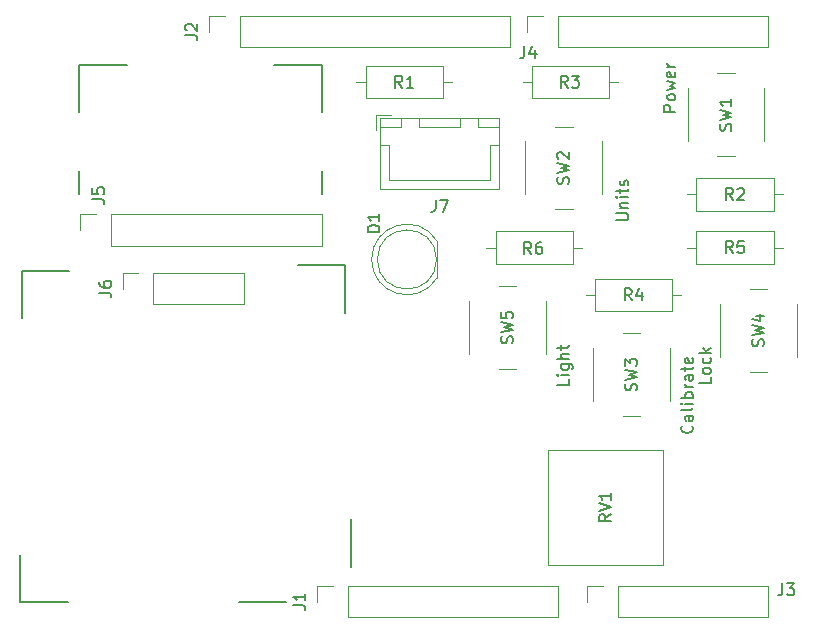
<source format=gbr>
%TF.GenerationSoftware,KiCad,Pcbnew,8.0.8*%
%TF.CreationDate,2025-01-31T10:38:55-07:00*%
%TF.ProjectId,Uno_Shield_ThermoPro,556e6f5f-5368-4696-956c-645f54686572,rev?*%
%TF.SameCoordinates,Original*%
%TF.FileFunction,Legend,Top*%
%TF.FilePolarity,Positive*%
%FSLAX46Y46*%
G04 Gerber Fmt 4.6, Leading zero omitted, Abs format (unit mm)*
G04 Created by KiCad (PCBNEW 8.0.8) date 2025-01-31 10:38:55*
%MOMM*%
%LPD*%
G01*
G04 APERTURE LIST*
%ADD10C,0.150000*%
%ADD11C,0.120000*%
G04 APERTURE END LIST*
D10*
X127000000Y-61000000D02*
X127000000Y-63000000D01*
X106500000Y-61000000D02*
X106500000Y-63000000D01*
X127000000Y-52000000D02*
X127000000Y-56000000D01*
X127000000Y-52000000D02*
X123000000Y-52000000D01*
X106500000Y-52000000D02*
X110500000Y-52000000D01*
X106500000Y-52000000D02*
X106500000Y-56000000D01*
X156954819Y-55976190D02*
X155954819Y-55976190D01*
X155954819Y-55976190D02*
X155954819Y-55595238D01*
X155954819Y-55595238D02*
X156002438Y-55500000D01*
X156002438Y-55500000D02*
X156050057Y-55452381D01*
X156050057Y-55452381D02*
X156145295Y-55404762D01*
X156145295Y-55404762D02*
X156288152Y-55404762D01*
X156288152Y-55404762D02*
X156383390Y-55452381D01*
X156383390Y-55452381D02*
X156431009Y-55500000D01*
X156431009Y-55500000D02*
X156478628Y-55595238D01*
X156478628Y-55595238D02*
X156478628Y-55976190D01*
X156954819Y-54833333D02*
X156907200Y-54928571D01*
X156907200Y-54928571D02*
X156859580Y-54976190D01*
X156859580Y-54976190D02*
X156764342Y-55023809D01*
X156764342Y-55023809D02*
X156478628Y-55023809D01*
X156478628Y-55023809D02*
X156383390Y-54976190D01*
X156383390Y-54976190D02*
X156335771Y-54928571D01*
X156335771Y-54928571D02*
X156288152Y-54833333D01*
X156288152Y-54833333D02*
X156288152Y-54690476D01*
X156288152Y-54690476D02*
X156335771Y-54595238D01*
X156335771Y-54595238D02*
X156383390Y-54547619D01*
X156383390Y-54547619D02*
X156478628Y-54500000D01*
X156478628Y-54500000D02*
X156764342Y-54500000D01*
X156764342Y-54500000D02*
X156859580Y-54547619D01*
X156859580Y-54547619D02*
X156907200Y-54595238D01*
X156907200Y-54595238D02*
X156954819Y-54690476D01*
X156954819Y-54690476D02*
X156954819Y-54833333D01*
X156288152Y-54166666D02*
X156954819Y-53976190D01*
X156954819Y-53976190D02*
X156478628Y-53785714D01*
X156478628Y-53785714D02*
X156954819Y-53595238D01*
X156954819Y-53595238D02*
X156288152Y-53404762D01*
X156907200Y-52642857D02*
X156954819Y-52738095D01*
X156954819Y-52738095D02*
X156954819Y-52928571D01*
X156954819Y-52928571D02*
X156907200Y-53023809D01*
X156907200Y-53023809D02*
X156811961Y-53071428D01*
X156811961Y-53071428D02*
X156431009Y-53071428D01*
X156431009Y-53071428D02*
X156335771Y-53023809D01*
X156335771Y-53023809D02*
X156288152Y-52928571D01*
X156288152Y-52928571D02*
X156288152Y-52738095D01*
X156288152Y-52738095D02*
X156335771Y-52642857D01*
X156335771Y-52642857D02*
X156431009Y-52595238D01*
X156431009Y-52595238D02*
X156526247Y-52595238D01*
X156526247Y-52595238D02*
X156621485Y-53071428D01*
X156954819Y-52166666D02*
X156288152Y-52166666D01*
X156478628Y-52166666D02*
X156383390Y-52119047D01*
X156383390Y-52119047D02*
X156335771Y-52071428D01*
X156335771Y-52071428D02*
X156288152Y-51976190D01*
X156288152Y-51976190D02*
X156288152Y-51880952D01*
X151954819Y-65166666D02*
X152764342Y-65166666D01*
X152764342Y-65166666D02*
X152859580Y-65119047D01*
X152859580Y-65119047D02*
X152907200Y-65071428D01*
X152907200Y-65071428D02*
X152954819Y-64976190D01*
X152954819Y-64976190D02*
X152954819Y-64785714D01*
X152954819Y-64785714D02*
X152907200Y-64690476D01*
X152907200Y-64690476D02*
X152859580Y-64642857D01*
X152859580Y-64642857D02*
X152764342Y-64595238D01*
X152764342Y-64595238D02*
X151954819Y-64595238D01*
X152288152Y-64119047D02*
X152954819Y-64119047D01*
X152383390Y-64119047D02*
X152335771Y-64071428D01*
X152335771Y-64071428D02*
X152288152Y-63976190D01*
X152288152Y-63976190D02*
X152288152Y-63833333D01*
X152288152Y-63833333D02*
X152335771Y-63738095D01*
X152335771Y-63738095D02*
X152431009Y-63690476D01*
X152431009Y-63690476D02*
X152954819Y-63690476D01*
X152954819Y-63214285D02*
X152288152Y-63214285D01*
X151954819Y-63214285D02*
X152002438Y-63261904D01*
X152002438Y-63261904D02*
X152050057Y-63214285D01*
X152050057Y-63214285D02*
X152002438Y-63166666D01*
X152002438Y-63166666D02*
X151954819Y-63214285D01*
X151954819Y-63214285D02*
X152050057Y-63214285D01*
X152288152Y-62880952D02*
X152288152Y-62500000D01*
X151954819Y-62738095D02*
X152811961Y-62738095D01*
X152811961Y-62738095D02*
X152907200Y-62690476D01*
X152907200Y-62690476D02*
X152954819Y-62595238D01*
X152954819Y-62595238D02*
X152954819Y-62500000D01*
X152907200Y-62214285D02*
X152954819Y-62119047D01*
X152954819Y-62119047D02*
X152954819Y-61928571D01*
X152954819Y-61928571D02*
X152907200Y-61833333D01*
X152907200Y-61833333D02*
X152811961Y-61785714D01*
X152811961Y-61785714D02*
X152764342Y-61785714D01*
X152764342Y-61785714D02*
X152669104Y-61833333D01*
X152669104Y-61833333D02*
X152621485Y-61928571D01*
X152621485Y-61928571D02*
X152621485Y-62071428D01*
X152621485Y-62071428D02*
X152573866Y-62166666D01*
X152573866Y-62166666D02*
X152478628Y-62214285D01*
X152478628Y-62214285D02*
X152431009Y-62214285D01*
X152431009Y-62214285D02*
X152335771Y-62166666D01*
X152335771Y-62166666D02*
X152288152Y-62071428D01*
X152288152Y-62071428D02*
X152288152Y-61928571D01*
X152288152Y-61928571D02*
X152335771Y-61833333D01*
X158359580Y-82571429D02*
X158407200Y-82619048D01*
X158407200Y-82619048D02*
X158454819Y-82761905D01*
X158454819Y-82761905D02*
X158454819Y-82857143D01*
X158454819Y-82857143D02*
X158407200Y-83000000D01*
X158407200Y-83000000D02*
X158311961Y-83095238D01*
X158311961Y-83095238D02*
X158216723Y-83142857D01*
X158216723Y-83142857D02*
X158026247Y-83190476D01*
X158026247Y-83190476D02*
X157883390Y-83190476D01*
X157883390Y-83190476D02*
X157692914Y-83142857D01*
X157692914Y-83142857D02*
X157597676Y-83095238D01*
X157597676Y-83095238D02*
X157502438Y-83000000D01*
X157502438Y-83000000D02*
X157454819Y-82857143D01*
X157454819Y-82857143D02*
X157454819Y-82761905D01*
X157454819Y-82761905D02*
X157502438Y-82619048D01*
X157502438Y-82619048D02*
X157550057Y-82571429D01*
X158454819Y-81714286D02*
X157931009Y-81714286D01*
X157931009Y-81714286D02*
X157835771Y-81761905D01*
X157835771Y-81761905D02*
X157788152Y-81857143D01*
X157788152Y-81857143D02*
X157788152Y-82047619D01*
X157788152Y-82047619D02*
X157835771Y-82142857D01*
X158407200Y-81714286D02*
X158454819Y-81809524D01*
X158454819Y-81809524D02*
X158454819Y-82047619D01*
X158454819Y-82047619D02*
X158407200Y-82142857D01*
X158407200Y-82142857D02*
X158311961Y-82190476D01*
X158311961Y-82190476D02*
X158216723Y-82190476D01*
X158216723Y-82190476D02*
X158121485Y-82142857D01*
X158121485Y-82142857D02*
X158073866Y-82047619D01*
X158073866Y-82047619D02*
X158073866Y-81809524D01*
X158073866Y-81809524D02*
X158026247Y-81714286D01*
X158454819Y-81095238D02*
X158407200Y-81190476D01*
X158407200Y-81190476D02*
X158311961Y-81238095D01*
X158311961Y-81238095D02*
X157454819Y-81238095D01*
X158454819Y-80714285D02*
X157788152Y-80714285D01*
X157454819Y-80714285D02*
X157502438Y-80761904D01*
X157502438Y-80761904D02*
X157550057Y-80714285D01*
X157550057Y-80714285D02*
X157502438Y-80666666D01*
X157502438Y-80666666D02*
X157454819Y-80714285D01*
X157454819Y-80714285D02*
X157550057Y-80714285D01*
X158454819Y-80238095D02*
X157454819Y-80238095D01*
X157835771Y-80238095D02*
X157788152Y-80142857D01*
X157788152Y-80142857D02*
X157788152Y-79952381D01*
X157788152Y-79952381D02*
X157835771Y-79857143D01*
X157835771Y-79857143D02*
X157883390Y-79809524D01*
X157883390Y-79809524D02*
X157978628Y-79761905D01*
X157978628Y-79761905D02*
X158264342Y-79761905D01*
X158264342Y-79761905D02*
X158359580Y-79809524D01*
X158359580Y-79809524D02*
X158407200Y-79857143D01*
X158407200Y-79857143D02*
X158454819Y-79952381D01*
X158454819Y-79952381D02*
X158454819Y-80142857D01*
X158454819Y-80142857D02*
X158407200Y-80238095D01*
X158454819Y-79333333D02*
X157788152Y-79333333D01*
X157978628Y-79333333D02*
X157883390Y-79285714D01*
X157883390Y-79285714D02*
X157835771Y-79238095D01*
X157835771Y-79238095D02*
X157788152Y-79142857D01*
X157788152Y-79142857D02*
X157788152Y-79047619D01*
X158454819Y-78285714D02*
X157931009Y-78285714D01*
X157931009Y-78285714D02*
X157835771Y-78333333D01*
X157835771Y-78333333D02*
X157788152Y-78428571D01*
X157788152Y-78428571D02*
X157788152Y-78619047D01*
X157788152Y-78619047D02*
X157835771Y-78714285D01*
X158407200Y-78285714D02*
X158454819Y-78380952D01*
X158454819Y-78380952D02*
X158454819Y-78619047D01*
X158454819Y-78619047D02*
X158407200Y-78714285D01*
X158407200Y-78714285D02*
X158311961Y-78761904D01*
X158311961Y-78761904D02*
X158216723Y-78761904D01*
X158216723Y-78761904D02*
X158121485Y-78714285D01*
X158121485Y-78714285D02*
X158073866Y-78619047D01*
X158073866Y-78619047D02*
X158073866Y-78380952D01*
X158073866Y-78380952D02*
X158026247Y-78285714D01*
X157788152Y-77952380D02*
X157788152Y-77571428D01*
X157454819Y-77809523D02*
X158311961Y-77809523D01*
X158311961Y-77809523D02*
X158407200Y-77761904D01*
X158407200Y-77761904D02*
X158454819Y-77666666D01*
X158454819Y-77666666D02*
X158454819Y-77571428D01*
X158407200Y-76857142D02*
X158454819Y-76952380D01*
X158454819Y-76952380D02*
X158454819Y-77142856D01*
X158454819Y-77142856D02*
X158407200Y-77238094D01*
X158407200Y-77238094D02*
X158311961Y-77285713D01*
X158311961Y-77285713D02*
X157931009Y-77285713D01*
X157931009Y-77285713D02*
X157835771Y-77238094D01*
X157835771Y-77238094D02*
X157788152Y-77142856D01*
X157788152Y-77142856D02*
X157788152Y-76952380D01*
X157788152Y-76952380D02*
X157835771Y-76857142D01*
X157835771Y-76857142D02*
X157931009Y-76809523D01*
X157931009Y-76809523D02*
X158026247Y-76809523D01*
X158026247Y-76809523D02*
X158121485Y-77285713D01*
X159954819Y-78476190D02*
X159954819Y-78952380D01*
X159954819Y-78952380D02*
X158954819Y-78952380D01*
X159954819Y-77999999D02*
X159907200Y-78095237D01*
X159907200Y-78095237D02*
X159859580Y-78142856D01*
X159859580Y-78142856D02*
X159764342Y-78190475D01*
X159764342Y-78190475D02*
X159478628Y-78190475D01*
X159478628Y-78190475D02*
X159383390Y-78142856D01*
X159383390Y-78142856D02*
X159335771Y-78095237D01*
X159335771Y-78095237D02*
X159288152Y-77999999D01*
X159288152Y-77999999D02*
X159288152Y-77857142D01*
X159288152Y-77857142D02*
X159335771Y-77761904D01*
X159335771Y-77761904D02*
X159383390Y-77714285D01*
X159383390Y-77714285D02*
X159478628Y-77666666D01*
X159478628Y-77666666D02*
X159764342Y-77666666D01*
X159764342Y-77666666D02*
X159859580Y-77714285D01*
X159859580Y-77714285D02*
X159907200Y-77761904D01*
X159907200Y-77761904D02*
X159954819Y-77857142D01*
X159954819Y-77857142D02*
X159954819Y-77999999D01*
X159907200Y-76809523D02*
X159954819Y-76904761D01*
X159954819Y-76904761D02*
X159954819Y-77095237D01*
X159954819Y-77095237D02*
X159907200Y-77190475D01*
X159907200Y-77190475D02*
X159859580Y-77238094D01*
X159859580Y-77238094D02*
X159764342Y-77285713D01*
X159764342Y-77285713D02*
X159478628Y-77285713D01*
X159478628Y-77285713D02*
X159383390Y-77238094D01*
X159383390Y-77238094D02*
X159335771Y-77190475D01*
X159335771Y-77190475D02*
X159288152Y-77095237D01*
X159288152Y-77095237D02*
X159288152Y-76904761D01*
X159288152Y-76904761D02*
X159335771Y-76809523D01*
X159954819Y-76380951D02*
X158954819Y-76380951D01*
X159573866Y-76285713D02*
X159954819Y-75999999D01*
X159288152Y-75999999D02*
X159669104Y-76380951D01*
X147954819Y-78619047D02*
X147954819Y-79095237D01*
X147954819Y-79095237D02*
X146954819Y-79095237D01*
X147954819Y-78285713D02*
X147288152Y-78285713D01*
X146954819Y-78285713D02*
X147002438Y-78333332D01*
X147002438Y-78333332D02*
X147050057Y-78285713D01*
X147050057Y-78285713D02*
X147002438Y-78238094D01*
X147002438Y-78238094D02*
X146954819Y-78285713D01*
X146954819Y-78285713D02*
X147050057Y-78285713D01*
X147288152Y-77380952D02*
X148097676Y-77380952D01*
X148097676Y-77380952D02*
X148192914Y-77428571D01*
X148192914Y-77428571D02*
X148240533Y-77476190D01*
X148240533Y-77476190D02*
X148288152Y-77571428D01*
X148288152Y-77571428D02*
X148288152Y-77714285D01*
X148288152Y-77714285D02*
X148240533Y-77809523D01*
X147907200Y-77380952D02*
X147954819Y-77476190D01*
X147954819Y-77476190D02*
X147954819Y-77666666D01*
X147954819Y-77666666D02*
X147907200Y-77761904D01*
X147907200Y-77761904D02*
X147859580Y-77809523D01*
X147859580Y-77809523D02*
X147764342Y-77857142D01*
X147764342Y-77857142D02*
X147478628Y-77857142D01*
X147478628Y-77857142D02*
X147383390Y-77809523D01*
X147383390Y-77809523D02*
X147335771Y-77761904D01*
X147335771Y-77761904D02*
X147288152Y-77666666D01*
X147288152Y-77666666D02*
X147288152Y-77476190D01*
X147288152Y-77476190D02*
X147335771Y-77380952D01*
X147954819Y-76904761D02*
X146954819Y-76904761D01*
X147954819Y-76476190D02*
X147431009Y-76476190D01*
X147431009Y-76476190D02*
X147335771Y-76523809D01*
X147335771Y-76523809D02*
X147288152Y-76619047D01*
X147288152Y-76619047D02*
X147288152Y-76761904D01*
X147288152Y-76761904D02*
X147335771Y-76857142D01*
X147335771Y-76857142D02*
X147383390Y-76904761D01*
X147288152Y-76142856D02*
X147288152Y-75761904D01*
X146954819Y-75999999D02*
X147811961Y-75999999D01*
X147811961Y-75999999D02*
X147907200Y-75952380D01*
X147907200Y-75952380D02*
X147954819Y-75857142D01*
X147954819Y-75857142D02*
X147954819Y-75761904D01*
X101650000Y-69465000D02*
X105650000Y-69465000D01*
X101650000Y-69465000D02*
X101650000Y-73465000D01*
X129000000Y-69000000D02*
X129000000Y-73000000D01*
X125000000Y-69000000D02*
X129000000Y-69000000D01*
X129000000Y-69000000D02*
X125000000Y-69000000D01*
X129500000Y-90500000D02*
X129500000Y-94500000D01*
X120000000Y-97500000D02*
X124000000Y-97500000D01*
X101500000Y-97500000D02*
X105500000Y-97500000D01*
X101500000Y-93500000D02*
X101500000Y-97500000D01*
X101500000Y-97500000D02*
X101500000Y-93500000D01*
X161833333Y-67954819D02*
X161500000Y-67478628D01*
X161261905Y-67954819D02*
X161261905Y-66954819D01*
X161261905Y-66954819D02*
X161642857Y-66954819D01*
X161642857Y-66954819D02*
X161738095Y-67002438D01*
X161738095Y-67002438D02*
X161785714Y-67050057D01*
X161785714Y-67050057D02*
X161833333Y-67145295D01*
X161833333Y-67145295D02*
X161833333Y-67288152D01*
X161833333Y-67288152D02*
X161785714Y-67383390D01*
X161785714Y-67383390D02*
X161738095Y-67431009D01*
X161738095Y-67431009D02*
X161642857Y-67478628D01*
X161642857Y-67478628D02*
X161261905Y-67478628D01*
X162738095Y-66954819D02*
X162261905Y-66954819D01*
X162261905Y-66954819D02*
X162214286Y-67431009D01*
X162214286Y-67431009D02*
X162261905Y-67383390D01*
X162261905Y-67383390D02*
X162357143Y-67335771D01*
X162357143Y-67335771D02*
X162595238Y-67335771D01*
X162595238Y-67335771D02*
X162690476Y-67383390D01*
X162690476Y-67383390D02*
X162738095Y-67431009D01*
X162738095Y-67431009D02*
X162785714Y-67526247D01*
X162785714Y-67526247D02*
X162785714Y-67764342D01*
X162785714Y-67764342D02*
X162738095Y-67859580D01*
X162738095Y-67859580D02*
X162690476Y-67907200D01*
X162690476Y-67907200D02*
X162595238Y-67954819D01*
X162595238Y-67954819D02*
X162357143Y-67954819D01*
X162357143Y-67954819D02*
X162261905Y-67907200D01*
X162261905Y-67907200D02*
X162214286Y-67859580D01*
X153253333Y-71954819D02*
X152920000Y-71478628D01*
X152681905Y-71954819D02*
X152681905Y-70954819D01*
X152681905Y-70954819D02*
X153062857Y-70954819D01*
X153062857Y-70954819D02*
X153158095Y-71002438D01*
X153158095Y-71002438D02*
X153205714Y-71050057D01*
X153205714Y-71050057D02*
X153253333Y-71145295D01*
X153253333Y-71145295D02*
X153253333Y-71288152D01*
X153253333Y-71288152D02*
X153205714Y-71383390D01*
X153205714Y-71383390D02*
X153158095Y-71431009D01*
X153158095Y-71431009D02*
X153062857Y-71478628D01*
X153062857Y-71478628D02*
X152681905Y-71478628D01*
X154110476Y-71288152D02*
X154110476Y-71954819D01*
X153872381Y-70907200D02*
X153634286Y-71621485D01*
X153634286Y-71621485D02*
X154253333Y-71621485D01*
X147833333Y-53954819D02*
X147500000Y-53478628D01*
X147261905Y-53954819D02*
X147261905Y-52954819D01*
X147261905Y-52954819D02*
X147642857Y-52954819D01*
X147642857Y-52954819D02*
X147738095Y-53002438D01*
X147738095Y-53002438D02*
X147785714Y-53050057D01*
X147785714Y-53050057D02*
X147833333Y-53145295D01*
X147833333Y-53145295D02*
X147833333Y-53288152D01*
X147833333Y-53288152D02*
X147785714Y-53383390D01*
X147785714Y-53383390D02*
X147738095Y-53431009D01*
X147738095Y-53431009D02*
X147642857Y-53478628D01*
X147642857Y-53478628D02*
X147261905Y-53478628D01*
X148166667Y-52954819D02*
X148785714Y-52954819D01*
X148785714Y-52954819D02*
X148452381Y-53335771D01*
X148452381Y-53335771D02*
X148595238Y-53335771D01*
X148595238Y-53335771D02*
X148690476Y-53383390D01*
X148690476Y-53383390D02*
X148738095Y-53431009D01*
X148738095Y-53431009D02*
X148785714Y-53526247D01*
X148785714Y-53526247D02*
X148785714Y-53764342D01*
X148785714Y-53764342D02*
X148738095Y-53859580D01*
X148738095Y-53859580D02*
X148690476Y-53907200D01*
X148690476Y-53907200D02*
X148595238Y-53954819D01*
X148595238Y-53954819D02*
X148309524Y-53954819D01*
X148309524Y-53954819D02*
X148214286Y-53907200D01*
X148214286Y-53907200D02*
X148166667Y-53859580D01*
X161833333Y-63454819D02*
X161500000Y-62978628D01*
X161261905Y-63454819D02*
X161261905Y-62454819D01*
X161261905Y-62454819D02*
X161642857Y-62454819D01*
X161642857Y-62454819D02*
X161738095Y-62502438D01*
X161738095Y-62502438D02*
X161785714Y-62550057D01*
X161785714Y-62550057D02*
X161833333Y-62645295D01*
X161833333Y-62645295D02*
X161833333Y-62788152D01*
X161833333Y-62788152D02*
X161785714Y-62883390D01*
X161785714Y-62883390D02*
X161738095Y-62931009D01*
X161738095Y-62931009D02*
X161642857Y-62978628D01*
X161642857Y-62978628D02*
X161261905Y-62978628D01*
X162214286Y-62550057D02*
X162261905Y-62502438D01*
X162261905Y-62502438D02*
X162357143Y-62454819D01*
X162357143Y-62454819D02*
X162595238Y-62454819D01*
X162595238Y-62454819D02*
X162690476Y-62502438D01*
X162690476Y-62502438D02*
X162738095Y-62550057D01*
X162738095Y-62550057D02*
X162785714Y-62645295D01*
X162785714Y-62645295D02*
X162785714Y-62740533D01*
X162785714Y-62740533D02*
X162738095Y-62883390D01*
X162738095Y-62883390D02*
X162166667Y-63454819D01*
X162166667Y-63454819D02*
X162785714Y-63454819D01*
X133833333Y-53954819D02*
X133500000Y-53478628D01*
X133261905Y-53954819D02*
X133261905Y-52954819D01*
X133261905Y-52954819D02*
X133642857Y-52954819D01*
X133642857Y-52954819D02*
X133738095Y-53002438D01*
X133738095Y-53002438D02*
X133785714Y-53050057D01*
X133785714Y-53050057D02*
X133833333Y-53145295D01*
X133833333Y-53145295D02*
X133833333Y-53288152D01*
X133833333Y-53288152D02*
X133785714Y-53383390D01*
X133785714Y-53383390D02*
X133738095Y-53431009D01*
X133738095Y-53431009D02*
X133642857Y-53478628D01*
X133642857Y-53478628D02*
X133261905Y-53478628D01*
X134785714Y-53954819D02*
X134214286Y-53954819D01*
X134500000Y-53954819D02*
X134500000Y-52954819D01*
X134500000Y-52954819D02*
X134404762Y-53097676D01*
X134404762Y-53097676D02*
X134309524Y-53192914D01*
X134309524Y-53192914D02*
X134214286Y-53240533D01*
X136666666Y-63454819D02*
X136666666Y-64169104D01*
X136666666Y-64169104D02*
X136619047Y-64311961D01*
X136619047Y-64311961D02*
X136523809Y-64407200D01*
X136523809Y-64407200D02*
X136380952Y-64454819D01*
X136380952Y-64454819D02*
X136285714Y-64454819D01*
X137047619Y-63454819D02*
X137714285Y-63454819D01*
X137714285Y-63454819D02*
X137285714Y-64454819D01*
X124624819Y-97793333D02*
X125339104Y-97793333D01*
X125339104Y-97793333D02*
X125481961Y-97840952D01*
X125481961Y-97840952D02*
X125577200Y-97936190D01*
X125577200Y-97936190D02*
X125624819Y-98079047D01*
X125624819Y-98079047D02*
X125624819Y-98174285D01*
X125624819Y-96793333D02*
X125624819Y-97364761D01*
X125624819Y-97079047D02*
X124624819Y-97079047D01*
X124624819Y-97079047D02*
X124767676Y-97174285D01*
X124767676Y-97174285D02*
X124862914Y-97269523D01*
X124862914Y-97269523D02*
X124910533Y-97364761D01*
X166026666Y-95934819D02*
X166026666Y-96649104D01*
X166026666Y-96649104D02*
X165979047Y-96791961D01*
X165979047Y-96791961D02*
X165883809Y-96887200D01*
X165883809Y-96887200D02*
X165740952Y-96934819D01*
X165740952Y-96934819D02*
X165645714Y-96934819D01*
X166407619Y-95934819D02*
X167026666Y-95934819D01*
X167026666Y-95934819D02*
X166693333Y-96315771D01*
X166693333Y-96315771D02*
X166836190Y-96315771D01*
X166836190Y-96315771D02*
X166931428Y-96363390D01*
X166931428Y-96363390D02*
X166979047Y-96411009D01*
X166979047Y-96411009D02*
X167026666Y-96506247D01*
X167026666Y-96506247D02*
X167026666Y-96744342D01*
X167026666Y-96744342D02*
X166979047Y-96839580D01*
X166979047Y-96839580D02*
X166931428Y-96887200D01*
X166931428Y-96887200D02*
X166836190Y-96934819D01*
X166836190Y-96934819D02*
X166550476Y-96934819D01*
X166550476Y-96934819D02*
X166455238Y-96887200D01*
X166455238Y-96887200D02*
X166407619Y-96839580D01*
X115480819Y-49533333D02*
X116195104Y-49533333D01*
X116195104Y-49533333D02*
X116337961Y-49580952D01*
X116337961Y-49580952D02*
X116433200Y-49676190D01*
X116433200Y-49676190D02*
X116480819Y-49819047D01*
X116480819Y-49819047D02*
X116480819Y-49914285D01*
X115576057Y-49104761D02*
X115528438Y-49057142D01*
X115528438Y-49057142D02*
X115480819Y-48961904D01*
X115480819Y-48961904D02*
X115480819Y-48723809D01*
X115480819Y-48723809D02*
X115528438Y-48628571D01*
X115528438Y-48628571D02*
X115576057Y-48580952D01*
X115576057Y-48580952D02*
X115671295Y-48533333D01*
X115671295Y-48533333D02*
X115766533Y-48533333D01*
X115766533Y-48533333D02*
X115909390Y-48580952D01*
X115909390Y-48580952D02*
X116480819Y-49152380D01*
X116480819Y-49152380D02*
X116480819Y-48533333D01*
X144166666Y-50454819D02*
X144166666Y-51169104D01*
X144166666Y-51169104D02*
X144119047Y-51311961D01*
X144119047Y-51311961D02*
X144023809Y-51407200D01*
X144023809Y-51407200D02*
X143880952Y-51454819D01*
X143880952Y-51454819D02*
X143785714Y-51454819D01*
X145071428Y-50788152D02*
X145071428Y-51454819D01*
X144833333Y-50407200D02*
X144595238Y-51121485D01*
X144595238Y-51121485D02*
X145214285Y-51121485D01*
X164407200Y-75833332D02*
X164454819Y-75690475D01*
X164454819Y-75690475D02*
X164454819Y-75452380D01*
X164454819Y-75452380D02*
X164407200Y-75357142D01*
X164407200Y-75357142D02*
X164359580Y-75309523D01*
X164359580Y-75309523D02*
X164264342Y-75261904D01*
X164264342Y-75261904D02*
X164169104Y-75261904D01*
X164169104Y-75261904D02*
X164073866Y-75309523D01*
X164073866Y-75309523D02*
X164026247Y-75357142D01*
X164026247Y-75357142D02*
X163978628Y-75452380D01*
X163978628Y-75452380D02*
X163931009Y-75642856D01*
X163931009Y-75642856D02*
X163883390Y-75738094D01*
X163883390Y-75738094D02*
X163835771Y-75785713D01*
X163835771Y-75785713D02*
X163740533Y-75833332D01*
X163740533Y-75833332D02*
X163645295Y-75833332D01*
X163645295Y-75833332D02*
X163550057Y-75785713D01*
X163550057Y-75785713D02*
X163502438Y-75738094D01*
X163502438Y-75738094D02*
X163454819Y-75642856D01*
X163454819Y-75642856D02*
X163454819Y-75404761D01*
X163454819Y-75404761D02*
X163502438Y-75261904D01*
X163454819Y-74928570D02*
X164454819Y-74690475D01*
X164454819Y-74690475D02*
X163740533Y-74499999D01*
X163740533Y-74499999D02*
X164454819Y-74309523D01*
X164454819Y-74309523D02*
X163454819Y-74071428D01*
X163788152Y-73261904D02*
X164454819Y-73261904D01*
X163407200Y-73499999D02*
X164121485Y-73738094D01*
X164121485Y-73738094D02*
X164121485Y-73119047D01*
X131904819Y-66168094D02*
X130904819Y-66168094D01*
X130904819Y-66168094D02*
X130904819Y-65929999D01*
X130904819Y-65929999D02*
X130952438Y-65787142D01*
X130952438Y-65787142D02*
X131047676Y-65691904D01*
X131047676Y-65691904D02*
X131142914Y-65644285D01*
X131142914Y-65644285D02*
X131333390Y-65596666D01*
X131333390Y-65596666D02*
X131476247Y-65596666D01*
X131476247Y-65596666D02*
X131666723Y-65644285D01*
X131666723Y-65644285D02*
X131761961Y-65691904D01*
X131761961Y-65691904D02*
X131857200Y-65787142D01*
X131857200Y-65787142D02*
X131904819Y-65929999D01*
X131904819Y-65929999D02*
X131904819Y-66168094D01*
X131904819Y-64644285D02*
X131904819Y-65215713D01*
X131904819Y-64929999D02*
X130904819Y-64929999D01*
X130904819Y-64929999D02*
X131047676Y-65025237D01*
X131047676Y-65025237D02*
X131142914Y-65120475D01*
X131142914Y-65120475D02*
X131190533Y-65215713D01*
X143157200Y-75583332D02*
X143204819Y-75440475D01*
X143204819Y-75440475D02*
X143204819Y-75202380D01*
X143204819Y-75202380D02*
X143157200Y-75107142D01*
X143157200Y-75107142D02*
X143109580Y-75059523D01*
X143109580Y-75059523D02*
X143014342Y-75011904D01*
X143014342Y-75011904D02*
X142919104Y-75011904D01*
X142919104Y-75011904D02*
X142823866Y-75059523D01*
X142823866Y-75059523D02*
X142776247Y-75107142D01*
X142776247Y-75107142D02*
X142728628Y-75202380D01*
X142728628Y-75202380D02*
X142681009Y-75392856D01*
X142681009Y-75392856D02*
X142633390Y-75488094D01*
X142633390Y-75488094D02*
X142585771Y-75535713D01*
X142585771Y-75535713D02*
X142490533Y-75583332D01*
X142490533Y-75583332D02*
X142395295Y-75583332D01*
X142395295Y-75583332D02*
X142300057Y-75535713D01*
X142300057Y-75535713D02*
X142252438Y-75488094D01*
X142252438Y-75488094D02*
X142204819Y-75392856D01*
X142204819Y-75392856D02*
X142204819Y-75154761D01*
X142204819Y-75154761D02*
X142252438Y-75011904D01*
X142204819Y-74678570D02*
X143204819Y-74440475D01*
X143204819Y-74440475D02*
X142490533Y-74249999D01*
X142490533Y-74249999D02*
X143204819Y-74059523D01*
X143204819Y-74059523D02*
X142204819Y-73821428D01*
X142204819Y-72964285D02*
X142204819Y-73440475D01*
X142204819Y-73440475D02*
X142681009Y-73488094D01*
X142681009Y-73488094D02*
X142633390Y-73440475D01*
X142633390Y-73440475D02*
X142585771Y-73345237D01*
X142585771Y-73345237D02*
X142585771Y-73107142D01*
X142585771Y-73107142D02*
X142633390Y-73011904D01*
X142633390Y-73011904D02*
X142681009Y-72964285D01*
X142681009Y-72964285D02*
X142776247Y-72916666D01*
X142776247Y-72916666D02*
X143014342Y-72916666D01*
X143014342Y-72916666D02*
X143109580Y-72964285D01*
X143109580Y-72964285D02*
X143157200Y-73011904D01*
X143157200Y-73011904D02*
X143204819Y-73107142D01*
X143204819Y-73107142D02*
X143204819Y-73345237D01*
X143204819Y-73345237D02*
X143157200Y-73440475D01*
X143157200Y-73440475D02*
X143109580Y-73488094D01*
X147907200Y-62083332D02*
X147954819Y-61940475D01*
X147954819Y-61940475D02*
X147954819Y-61702380D01*
X147954819Y-61702380D02*
X147907200Y-61607142D01*
X147907200Y-61607142D02*
X147859580Y-61559523D01*
X147859580Y-61559523D02*
X147764342Y-61511904D01*
X147764342Y-61511904D02*
X147669104Y-61511904D01*
X147669104Y-61511904D02*
X147573866Y-61559523D01*
X147573866Y-61559523D02*
X147526247Y-61607142D01*
X147526247Y-61607142D02*
X147478628Y-61702380D01*
X147478628Y-61702380D02*
X147431009Y-61892856D01*
X147431009Y-61892856D02*
X147383390Y-61988094D01*
X147383390Y-61988094D02*
X147335771Y-62035713D01*
X147335771Y-62035713D02*
X147240533Y-62083332D01*
X147240533Y-62083332D02*
X147145295Y-62083332D01*
X147145295Y-62083332D02*
X147050057Y-62035713D01*
X147050057Y-62035713D02*
X147002438Y-61988094D01*
X147002438Y-61988094D02*
X146954819Y-61892856D01*
X146954819Y-61892856D02*
X146954819Y-61654761D01*
X146954819Y-61654761D02*
X147002438Y-61511904D01*
X146954819Y-61178570D02*
X147954819Y-60940475D01*
X147954819Y-60940475D02*
X147240533Y-60749999D01*
X147240533Y-60749999D02*
X147954819Y-60559523D01*
X147954819Y-60559523D02*
X146954819Y-60321428D01*
X147050057Y-59988094D02*
X147002438Y-59940475D01*
X147002438Y-59940475D02*
X146954819Y-59845237D01*
X146954819Y-59845237D02*
X146954819Y-59607142D01*
X146954819Y-59607142D02*
X147002438Y-59511904D01*
X147002438Y-59511904D02*
X147050057Y-59464285D01*
X147050057Y-59464285D02*
X147145295Y-59416666D01*
X147145295Y-59416666D02*
X147240533Y-59416666D01*
X147240533Y-59416666D02*
X147383390Y-59464285D01*
X147383390Y-59464285D02*
X147954819Y-60035713D01*
X147954819Y-60035713D02*
X147954819Y-59416666D01*
X108184819Y-71308333D02*
X108899104Y-71308333D01*
X108899104Y-71308333D02*
X109041961Y-71355952D01*
X109041961Y-71355952D02*
X109137200Y-71451190D01*
X109137200Y-71451190D02*
X109184819Y-71594047D01*
X109184819Y-71594047D02*
X109184819Y-71689285D01*
X108184819Y-70403571D02*
X108184819Y-70594047D01*
X108184819Y-70594047D02*
X108232438Y-70689285D01*
X108232438Y-70689285D02*
X108280057Y-70736904D01*
X108280057Y-70736904D02*
X108422914Y-70832142D01*
X108422914Y-70832142D02*
X108613390Y-70879761D01*
X108613390Y-70879761D02*
X108994342Y-70879761D01*
X108994342Y-70879761D02*
X109089580Y-70832142D01*
X109089580Y-70832142D02*
X109137200Y-70784523D01*
X109137200Y-70784523D02*
X109184819Y-70689285D01*
X109184819Y-70689285D02*
X109184819Y-70498809D01*
X109184819Y-70498809D02*
X109137200Y-70403571D01*
X109137200Y-70403571D02*
X109089580Y-70355952D01*
X109089580Y-70355952D02*
X108994342Y-70308333D01*
X108994342Y-70308333D02*
X108756247Y-70308333D01*
X108756247Y-70308333D02*
X108661009Y-70355952D01*
X108661009Y-70355952D02*
X108613390Y-70403571D01*
X108613390Y-70403571D02*
X108565771Y-70498809D01*
X108565771Y-70498809D02*
X108565771Y-70689285D01*
X108565771Y-70689285D02*
X108613390Y-70784523D01*
X108613390Y-70784523D02*
X108661009Y-70832142D01*
X108661009Y-70832142D02*
X108756247Y-70879761D01*
X161657200Y-57583332D02*
X161704819Y-57440475D01*
X161704819Y-57440475D02*
X161704819Y-57202380D01*
X161704819Y-57202380D02*
X161657200Y-57107142D01*
X161657200Y-57107142D02*
X161609580Y-57059523D01*
X161609580Y-57059523D02*
X161514342Y-57011904D01*
X161514342Y-57011904D02*
X161419104Y-57011904D01*
X161419104Y-57011904D02*
X161323866Y-57059523D01*
X161323866Y-57059523D02*
X161276247Y-57107142D01*
X161276247Y-57107142D02*
X161228628Y-57202380D01*
X161228628Y-57202380D02*
X161181009Y-57392856D01*
X161181009Y-57392856D02*
X161133390Y-57488094D01*
X161133390Y-57488094D02*
X161085771Y-57535713D01*
X161085771Y-57535713D02*
X160990533Y-57583332D01*
X160990533Y-57583332D02*
X160895295Y-57583332D01*
X160895295Y-57583332D02*
X160800057Y-57535713D01*
X160800057Y-57535713D02*
X160752438Y-57488094D01*
X160752438Y-57488094D02*
X160704819Y-57392856D01*
X160704819Y-57392856D02*
X160704819Y-57154761D01*
X160704819Y-57154761D02*
X160752438Y-57011904D01*
X160704819Y-56678570D02*
X161704819Y-56440475D01*
X161704819Y-56440475D02*
X160990533Y-56249999D01*
X160990533Y-56249999D02*
X161704819Y-56059523D01*
X161704819Y-56059523D02*
X160704819Y-55821428D01*
X161704819Y-54916666D02*
X161704819Y-55488094D01*
X161704819Y-55202380D02*
X160704819Y-55202380D01*
X160704819Y-55202380D02*
X160847676Y-55297618D01*
X160847676Y-55297618D02*
X160942914Y-55392856D01*
X160942914Y-55392856D02*
X160990533Y-55488094D01*
X151494819Y-90080238D02*
X151018628Y-90413571D01*
X151494819Y-90651666D02*
X150494819Y-90651666D01*
X150494819Y-90651666D02*
X150494819Y-90270714D01*
X150494819Y-90270714D02*
X150542438Y-90175476D01*
X150542438Y-90175476D02*
X150590057Y-90127857D01*
X150590057Y-90127857D02*
X150685295Y-90080238D01*
X150685295Y-90080238D02*
X150828152Y-90080238D01*
X150828152Y-90080238D02*
X150923390Y-90127857D01*
X150923390Y-90127857D02*
X150971009Y-90175476D01*
X150971009Y-90175476D02*
X151018628Y-90270714D01*
X151018628Y-90270714D02*
X151018628Y-90651666D01*
X150494819Y-89794523D02*
X151494819Y-89461190D01*
X151494819Y-89461190D02*
X150494819Y-89127857D01*
X151494819Y-88270714D02*
X151494819Y-88842142D01*
X151494819Y-88556428D02*
X150494819Y-88556428D01*
X150494819Y-88556428D02*
X150637676Y-88651666D01*
X150637676Y-88651666D02*
X150732914Y-88746904D01*
X150732914Y-88746904D02*
X150780533Y-88842142D01*
X107604819Y-63393333D02*
X108319104Y-63393333D01*
X108319104Y-63393333D02*
X108461961Y-63440952D01*
X108461961Y-63440952D02*
X108557200Y-63536190D01*
X108557200Y-63536190D02*
X108604819Y-63679047D01*
X108604819Y-63679047D02*
X108604819Y-63774285D01*
X107604819Y-62440952D02*
X107604819Y-62917142D01*
X107604819Y-62917142D02*
X108081009Y-62964761D01*
X108081009Y-62964761D02*
X108033390Y-62917142D01*
X108033390Y-62917142D02*
X107985771Y-62821904D01*
X107985771Y-62821904D02*
X107985771Y-62583809D01*
X107985771Y-62583809D02*
X108033390Y-62488571D01*
X108033390Y-62488571D02*
X108081009Y-62440952D01*
X108081009Y-62440952D02*
X108176247Y-62393333D01*
X108176247Y-62393333D02*
X108414342Y-62393333D01*
X108414342Y-62393333D02*
X108509580Y-62440952D01*
X108509580Y-62440952D02*
X108557200Y-62488571D01*
X108557200Y-62488571D02*
X108604819Y-62583809D01*
X108604819Y-62583809D02*
X108604819Y-62821904D01*
X108604819Y-62821904D02*
X108557200Y-62917142D01*
X108557200Y-62917142D02*
X108509580Y-62964761D01*
X144753333Y-68034819D02*
X144420000Y-67558628D01*
X144181905Y-68034819D02*
X144181905Y-67034819D01*
X144181905Y-67034819D02*
X144562857Y-67034819D01*
X144562857Y-67034819D02*
X144658095Y-67082438D01*
X144658095Y-67082438D02*
X144705714Y-67130057D01*
X144705714Y-67130057D02*
X144753333Y-67225295D01*
X144753333Y-67225295D02*
X144753333Y-67368152D01*
X144753333Y-67368152D02*
X144705714Y-67463390D01*
X144705714Y-67463390D02*
X144658095Y-67511009D01*
X144658095Y-67511009D02*
X144562857Y-67558628D01*
X144562857Y-67558628D02*
X144181905Y-67558628D01*
X145610476Y-67034819D02*
X145420000Y-67034819D01*
X145420000Y-67034819D02*
X145324762Y-67082438D01*
X145324762Y-67082438D02*
X145277143Y-67130057D01*
X145277143Y-67130057D02*
X145181905Y-67272914D01*
X145181905Y-67272914D02*
X145134286Y-67463390D01*
X145134286Y-67463390D02*
X145134286Y-67844342D01*
X145134286Y-67844342D02*
X145181905Y-67939580D01*
X145181905Y-67939580D02*
X145229524Y-67987200D01*
X145229524Y-67987200D02*
X145324762Y-68034819D01*
X145324762Y-68034819D02*
X145515238Y-68034819D01*
X145515238Y-68034819D02*
X145610476Y-67987200D01*
X145610476Y-67987200D02*
X145658095Y-67939580D01*
X145658095Y-67939580D02*
X145705714Y-67844342D01*
X145705714Y-67844342D02*
X145705714Y-67606247D01*
X145705714Y-67606247D02*
X145658095Y-67511009D01*
X145658095Y-67511009D02*
X145610476Y-67463390D01*
X145610476Y-67463390D02*
X145515238Y-67415771D01*
X145515238Y-67415771D02*
X145324762Y-67415771D01*
X145324762Y-67415771D02*
X145229524Y-67463390D01*
X145229524Y-67463390D02*
X145181905Y-67511009D01*
X145181905Y-67511009D02*
X145134286Y-67606247D01*
X153657200Y-79583332D02*
X153704819Y-79440475D01*
X153704819Y-79440475D02*
X153704819Y-79202380D01*
X153704819Y-79202380D02*
X153657200Y-79107142D01*
X153657200Y-79107142D02*
X153609580Y-79059523D01*
X153609580Y-79059523D02*
X153514342Y-79011904D01*
X153514342Y-79011904D02*
X153419104Y-79011904D01*
X153419104Y-79011904D02*
X153323866Y-79059523D01*
X153323866Y-79059523D02*
X153276247Y-79107142D01*
X153276247Y-79107142D02*
X153228628Y-79202380D01*
X153228628Y-79202380D02*
X153181009Y-79392856D01*
X153181009Y-79392856D02*
X153133390Y-79488094D01*
X153133390Y-79488094D02*
X153085771Y-79535713D01*
X153085771Y-79535713D02*
X152990533Y-79583332D01*
X152990533Y-79583332D02*
X152895295Y-79583332D01*
X152895295Y-79583332D02*
X152800057Y-79535713D01*
X152800057Y-79535713D02*
X152752438Y-79488094D01*
X152752438Y-79488094D02*
X152704819Y-79392856D01*
X152704819Y-79392856D02*
X152704819Y-79154761D01*
X152704819Y-79154761D02*
X152752438Y-79011904D01*
X152704819Y-78678570D02*
X153704819Y-78440475D01*
X153704819Y-78440475D02*
X152990533Y-78249999D01*
X152990533Y-78249999D02*
X153704819Y-78059523D01*
X153704819Y-78059523D02*
X152704819Y-77821428D01*
X152704819Y-77535713D02*
X152704819Y-76916666D01*
X152704819Y-76916666D02*
X153085771Y-77249999D01*
X153085771Y-77249999D02*
X153085771Y-77107142D01*
X153085771Y-77107142D02*
X153133390Y-77011904D01*
X153133390Y-77011904D02*
X153181009Y-76964285D01*
X153181009Y-76964285D02*
X153276247Y-76916666D01*
X153276247Y-76916666D02*
X153514342Y-76916666D01*
X153514342Y-76916666D02*
X153609580Y-76964285D01*
X153609580Y-76964285D02*
X153657200Y-77011904D01*
X153657200Y-77011904D02*
X153704819Y-77107142D01*
X153704819Y-77107142D02*
X153704819Y-77392856D01*
X153704819Y-77392856D02*
X153657200Y-77488094D01*
X153657200Y-77488094D02*
X153609580Y-77535713D01*
D11*
%TO.C,R5*%
X157960000Y-67500000D02*
X158730000Y-67500000D01*
X158730000Y-66130000D02*
X158730000Y-68870000D01*
X158730000Y-68870000D02*
X165270000Y-68870000D01*
X165270000Y-66130000D02*
X158730000Y-66130000D01*
X165270000Y-68870000D02*
X165270000Y-66130000D01*
X166040000Y-67500000D02*
X165270000Y-67500000D01*
%TO.C,R4*%
X157460000Y-71500000D02*
X156690000Y-71500000D01*
X156690000Y-72870000D02*
X156690000Y-70130000D01*
X156690000Y-70130000D02*
X150150000Y-70130000D01*
X150150000Y-72870000D02*
X156690000Y-72870000D01*
X150150000Y-70130000D02*
X150150000Y-72870000D01*
X149380000Y-71500000D02*
X150150000Y-71500000D01*
%TO.C,R3*%
X152120000Y-53500000D02*
X151350000Y-53500000D01*
X151350000Y-54870000D02*
X151350000Y-52130000D01*
X151350000Y-52130000D02*
X144810000Y-52130000D01*
X144810000Y-54870000D02*
X151350000Y-54870000D01*
X144810000Y-52130000D02*
X144810000Y-54870000D01*
X144040000Y-53500000D02*
X144810000Y-53500000D01*
%TO.C,R2*%
X157960000Y-63000000D02*
X158730000Y-63000000D01*
X158730000Y-61630000D02*
X158730000Y-64370000D01*
X158730000Y-64370000D02*
X165270000Y-64370000D01*
X165270000Y-61630000D02*
X158730000Y-61630000D01*
X165270000Y-64370000D02*
X165270000Y-61630000D01*
X166040000Y-63000000D02*
X165270000Y-63000000D01*
%TO.C,R1*%
X138040000Y-53500000D02*
X137270000Y-53500000D01*
X137270000Y-54870000D02*
X137270000Y-52130000D01*
X137270000Y-52130000D02*
X130730000Y-52130000D01*
X130730000Y-54870000D02*
X137270000Y-54870000D01*
X130730000Y-52130000D02*
X130730000Y-54870000D01*
X129960000Y-53500000D02*
X130730000Y-53500000D01*
%TO.C,J7*%
X131650000Y-56250000D02*
X131650000Y-57500000D01*
X131940000Y-56540000D02*
X131940000Y-62510000D01*
X131940000Y-62510000D02*
X142060000Y-62510000D01*
X131950000Y-56550000D02*
X131950000Y-57300000D01*
X131950000Y-57300000D02*
X133750000Y-57300000D01*
X131950000Y-58800000D02*
X132700000Y-58800000D01*
X132700000Y-58800000D02*
X132700000Y-61750000D01*
X132700000Y-61750000D02*
X137000000Y-61750000D01*
X132900000Y-56250000D02*
X131650000Y-56250000D01*
X133750000Y-56550000D02*
X131950000Y-56550000D01*
X133750000Y-57300000D02*
X133750000Y-56550000D01*
X135250000Y-56550000D02*
X135250000Y-57300000D01*
X135250000Y-57300000D02*
X138750000Y-57300000D01*
X138750000Y-56550000D02*
X135250000Y-56550000D01*
X138750000Y-57300000D02*
X138750000Y-56550000D01*
X140250000Y-56550000D02*
X140250000Y-57300000D01*
X140250000Y-57300000D02*
X142050000Y-57300000D01*
X141300000Y-58800000D02*
X141300000Y-61750000D01*
X141300000Y-61750000D02*
X137000000Y-61750000D01*
X142050000Y-56550000D02*
X140250000Y-56550000D01*
X142050000Y-57300000D02*
X142050000Y-56550000D01*
X142050000Y-58800000D02*
X141300000Y-58800000D01*
X142060000Y-56540000D02*
X131940000Y-56540000D01*
X142060000Y-62510000D02*
X142060000Y-56540000D01*
%TO.C,J1*%
X126610000Y-96130000D02*
X127940000Y-96130000D01*
X126610000Y-97460000D02*
X126610000Y-96130000D01*
X129210000Y-96130000D02*
X147050000Y-96130000D01*
X129210000Y-98790000D02*
X129210000Y-96130000D01*
X129210000Y-98790000D02*
X147050000Y-98790000D01*
X147050000Y-98790000D02*
X147050000Y-96130000D01*
%TO.C,J3*%
X149470000Y-96130000D02*
X150800000Y-96130000D01*
X149470000Y-97460000D02*
X149470000Y-96130000D01*
X152070000Y-96130000D02*
X164830000Y-96130000D01*
X152070000Y-98790000D02*
X152070000Y-96130000D01*
X152070000Y-98790000D02*
X164830000Y-98790000D01*
X164830000Y-98790000D02*
X164830000Y-96130000D01*
%TO.C,J2*%
X117466000Y-47870000D02*
X118796000Y-47870000D01*
X117466000Y-49200000D02*
X117466000Y-47870000D01*
X120066000Y-47870000D02*
X142986000Y-47870000D01*
X120066000Y-50530000D02*
X120066000Y-47870000D01*
X120066000Y-50530000D02*
X142986000Y-50530000D01*
X142986000Y-50530000D02*
X142986000Y-47870000D01*
%TO.C,J4*%
X164830000Y-50530000D02*
X164830000Y-47870000D01*
X146990000Y-50530000D02*
X164830000Y-50530000D01*
X146990000Y-50530000D02*
X146990000Y-47870000D01*
X146990000Y-47870000D02*
X164830000Y-47870000D01*
X144390000Y-49200000D02*
X144390000Y-47870000D01*
X144390000Y-47870000D02*
X145720000Y-47870000D01*
%TO.C,SW4*%
X163250000Y-78000000D02*
X164750000Y-78000000D01*
X167250000Y-76750000D02*
X167250000Y-72250000D01*
X160750000Y-72250000D02*
X160750000Y-76750000D01*
X164750000Y-71000000D02*
X163250000Y-71000000D01*
%TO.C,D1*%
X136790000Y-70045000D02*
X136790000Y-66955000D01*
X136790000Y-70044830D02*
G75*
G02*
X131240000Y-68499538I-2560000J1544830D01*
G01*
X131240000Y-68500462D02*
G75*
G02*
X136790000Y-66955170I2990000J462D01*
G01*
X136730000Y-68500000D02*
G75*
G02*
X131730000Y-68500000I-2500000J0D01*
G01*
X131730000Y-68500000D02*
G75*
G02*
X136730000Y-68500000I2500000J0D01*
G01*
%TO.C,SW5*%
X142000000Y-77750000D02*
X143500000Y-77750000D01*
X146000000Y-76500000D02*
X146000000Y-72000000D01*
X139500000Y-72000000D02*
X139500000Y-76500000D01*
X143500000Y-70750000D02*
X142000000Y-70750000D01*
%TO.C,SW2*%
X148250000Y-57250000D02*
X146750000Y-57250000D01*
X144250000Y-58500000D02*
X144250000Y-63000000D01*
X150750000Y-63000000D02*
X150750000Y-58500000D01*
X146750000Y-64250000D02*
X148250000Y-64250000D01*
%TO.C,J6*%
X112770000Y-72305000D02*
X120450000Y-72305000D01*
X112770000Y-72305000D02*
X112770000Y-69645000D01*
X120450000Y-72305000D02*
X120450000Y-69645000D01*
X110170000Y-70975000D02*
X110170000Y-69645000D01*
X110170000Y-69645000D02*
X111500000Y-69645000D01*
X112770000Y-69645000D02*
X120450000Y-69645000D01*
%TO.C,SW1*%
X160500000Y-59750000D02*
X162000000Y-59750000D01*
X164500000Y-58500000D02*
X164500000Y-54000000D01*
X158000000Y-54000000D02*
X158000000Y-58500000D01*
X162000000Y-52750000D02*
X160500000Y-52750000D01*
%TO.C,RV1*%
X155925000Y-84600000D02*
X146155000Y-84600000D01*
X155925000Y-84600000D02*
X155925000Y-94370000D01*
X146155000Y-84600000D02*
X146155000Y-94370000D01*
X155925000Y-94370000D02*
X146155000Y-94370000D01*
%TO.C,J5*%
X109190000Y-64670000D02*
X127030000Y-64670000D01*
X106590000Y-64670000D02*
X107920000Y-64670000D01*
X106590000Y-66000000D02*
X106590000Y-64670000D01*
X127030000Y-67330000D02*
X127030000Y-64670000D01*
X109190000Y-67330000D02*
X109190000Y-64670000D01*
X109190000Y-67330000D02*
X127030000Y-67330000D01*
%TO.C,R6*%
X149040000Y-67500000D02*
X148270000Y-67500000D01*
X148270000Y-68870000D02*
X148270000Y-66130000D01*
X148270000Y-66130000D02*
X141730000Y-66130000D01*
X141730000Y-68870000D02*
X148270000Y-68870000D01*
X141730000Y-66130000D02*
X141730000Y-68870000D01*
X140960000Y-67500000D02*
X141730000Y-67500000D01*
%TO.C,SW3*%
X154000000Y-74750000D02*
X152500000Y-74750000D01*
X150000000Y-76000000D02*
X150000000Y-80500000D01*
X156500000Y-80500000D02*
X156500000Y-76000000D01*
X152500000Y-81750000D02*
X154000000Y-81750000D01*
%TD*%
M02*

</source>
